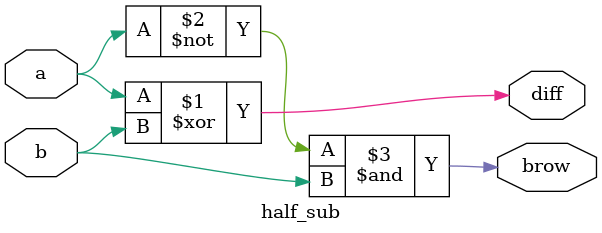
<source format=v>
`timescale 1ns / 1ps

module half_sub(a, b, diff, brow);
input a, b;
output diff, brow;

assign diff = a ^ b;

assign brow = (~a) & b;

endmodule

</source>
